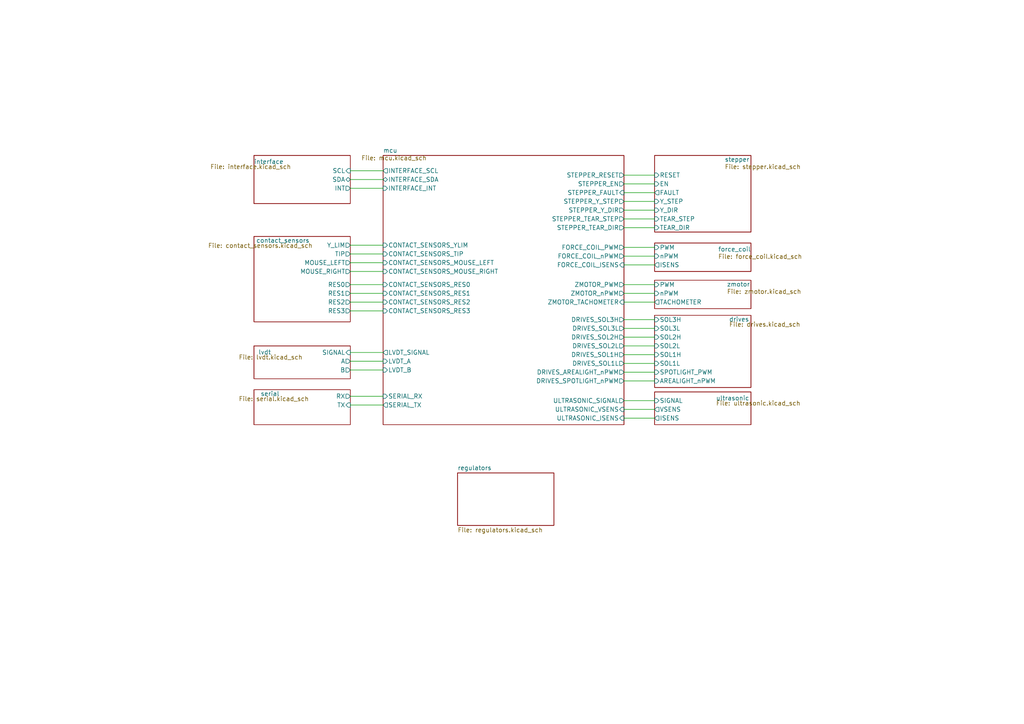
<source format=kicad_sch>
(kicad_sch
	(version 20231120)
	(generator "eeschema")
	(generator_version "8.0")
	(uuid "f24e74c8-d708-4a5d-9595-a58e65bd17b2")
	(paper "A4")
	(lib_symbols)
	(wire
		(pts
			(xy 180.975 97.79) (xy 189.865 97.79)
		)
		(stroke
			(width 0)
			(type default)
		)
		(uuid "021df9b4-c8e0-4522-98bc-493de8d1757a")
	)
	(wire
		(pts
			(xy 180.975 118.745) (xy 189.865 118.745)
		)
		(stroke
			(width 0)
			(type default)
		)
		(uuid "02f48a47-c5fc-49bc-b511-299c1b26474d")
	)
	(wire
		(pts
			(xy 101.6 87.63) (xy 111.125 87.63)
		)
		(stroke
			(width 0)
			(type default)
		)
		(uuid "032dee09-1ce1-4765-bb7a-ef43af01b629")
	)
	(wire
		(pts
			(xy 101.6 73.66) (xy 111.125 73.66)
		)
		(stroke
			(width 0)
			(type default)
		)
		(uuid "176f3222-8283-46ed-b667-301eda48a30a")
	)
	(wire
		(pts
			(xy 101.6 78.74) (xy 111.125 78.74)
		)
		(stroke
			(width 0)
			(type default)
		)
		(uuid "186c6152-ba5a-4b19-a437-0512834919cf")
	)
	(wire
		(pts
			(xy 180.975 102.87) (xy 189.865 102.87)
		)
		(stroke
			(width 0)
			(type default)
		)
		(uuid "1d0da18f-d413-49ad-b50a-79998f1c6353")
	)
	(wire
		(pts
			(xy 180.975 87.63) (xy 189.865 87.63)
		)
		(stroke
			(width 0)
			(type default)
		)
		(uuid "2992f717-361e-4b45-b54c-6ddd8a741ce3")
	)
	(wire
		(pts
			(xy 180.975 58.42) (xy 189.865 58.42)
		)
		(stroke
			(width 0)
			(type default)
		)
		(uuid "2ae2b422-8b0e-404a-8983-eb2db41aeb8c")
	)
	(wire
		(pts
			(xy 101.6 117.475) (xy 111.125 117.475)
		)
		(stroke
			(width 0)
			(type default)
		)
		(uuid "2d3c8593-f75f-4cd6-970f-f911126cfdcc")
	)
	(wire
		(pts
			(xy 101.6 82.55) (xy 111.125 82.55)
		)
		(stroke
			(width 0)
			(type default)
		)
		(uuid "2f25948e-6c50-4461-9466-0eac466b3e13")
	)
	(wire
		(pts
			(xy 180.975 121.285) (xy 189.865 121.285)
		)
		(stroke
			(width 0)
			(type default)
		)
		(uuid "3504b582-6e4e-4245-b9ea-01754343fe37")
	)
	(wire
		(pts
			(xy 180.975 50.8) (xy 189.865 50.8)
		)
		(stroke
			(width 0)
			(type default)
		)
		(uuid "3779d75d-0f73-4a9a-830d-553c9adf232d")
	)
	(wire
		(pts
			(xy 180.975 85.09) (xy 189.865 85.09)
		)
		(stroke
			(width 0)
			(type default)
		)
		(uuid "3929f4ea-ab67-462d-9760-ff102489df53")
	)
	(wire
		(pts
			(xy 180.975 53.34) (xy 189.865 53.34)
		)
		(stroke
			(width 0)
			(type default)
		)
		(uuid "577cf373-dd31-446e-8eb8-9338b28525e7")
	)
	(wire
		(pts
			(xy 180.975 55.88) (xy 189.865 55.88)
		)
		(stroke
			(width 0)
			(type default)
		)
		(uuid "598a940e-38a4-4bad-a7f1-4593073339d2")
	)
	(wire
		(pts
			(xy 101.6 90.17) (xy 111.125 90.17)
		)
		(stroke
			(width 0)
			(type default)
		)
		(uuid "5bd848fc-db7f-474a-94ec-687927cb6d2a")
	)
	(wire
		(pts
			(xy 180.975 60.96) (xy 189.865 60.96)
		)
		(stroke
			(width 0)
			(type default)
		)
		(uuid "5fe47142-f921-4a36-b916-1b8eb96e08c1")
	)
	(wire
		(pts
			(xy 101.6 102.235) (xy 111.125 102.235)
		)
		(stroke
			(width 0)
			(type default)
		)
		(uuid "60d1976b-7fd4-4ff3-994b-f8d356c37da5")
	)
	(wire
		(pts
			(xy 180.975 95.25) (xy 189.865 95.25)
		)
		(stroke
			(width 0)
			(type default)
		)
		(uuid "6560af58-36e1-4c52-a3aa-3ad69702b3af")
	)
	(wire
		(pts
			(xy 101.6 49.53) (xy 111.125 49.53)
		)
		(stroke
			(width 0)
			(type default)
		)
		(uuid "6d350de9-4b82-4c42-9664-c49c3ca4c6a2")
	)
	(wire
		(pts
			(xy 180.975 105.41) (xy 189.865 105.41)
		)
		(stroke
			(width 0)
			(type default)
		)
		(uuid "704910a3-b06c-42b7-ad62-d94cf3741b9f")
	)
	(wire
		(pts
			(xy 101.6 114.935) (xy 111.125 114.935)
		)
		(stroke
			(width 0)
			(type default)
		)
		(uuid "7dd8311c-7ab5-417f-9a1a-e0b89fbf5d79")
	)
	(wire
		(pts
			(xy 101.6 71.12) (xy 111.125 71.12)
		)
		(stroke
			(width 0)
			(type default)
		)
		(uuid "7e31ac27-b6f7-49d9-ab5d-a81638e64f7d")
	)
	(wire
		(pts
			(xy 180.975 74.295) (xy 189.865 74.295)
		)
		(stroke
			(width 0)
			(type default)
		)
		(uuid "819f6292-b73a-4103-a6cf-2881a3937acf")
	)
	(wire
		(pts
			(xy 180.975 116.205) (xy 189.865 116.205)
		)
		(stroke
			(width 0)
			(type default)
		)
		(uuid "8832b46e-1326-457e-9a21-13d496cb35c7")
	)
	(wire
		(pts
			(xy 180.975 82.55) (xy 189.865 82.55)
		)
		(stroke
			(width 0)
			(type default)
		)
		(uuid "97b85159-139f-4797-b9c8-b4a33879ecd7")
	)
	(wire
		(pts
			(xy 101.6 107.315) (xy 111.125 107.315)
		)
		(stroke
			(width 0)
			(type default)
		)
		(uuid "99284f09-0e9d-414d-a22a-db64896eeb86")
	)
	(wire
		(pts
			(xy 101.6 52.07) (xy 111.125 52.07)
		)
		(stroke
			(width 0)
			(type default)
		)
		(uuid "9ce74f91-0c76-4732-b9f6-4264d453688d")
	)
	(wire
		(pts
			(xy 180.975 71.755) (xy 189.865 71.755)
		)
		(stroke
			(width 0)
			(type default)
		)
		(uuid "9f278a1c-da1a-415b-a406-8d06bab3dd58")
	)
	(wire
		(pts
			(xy 180.975 100.33) (xy 189.865 100.33)
		)
		(stroke
			(width 0)
			(type default)
		)
		(uuid "a0213f9a-9b41-4a9c-9428-d3ba5248c2d8")
	)
	(wire
		(pts
			(xy 180.975 92.71) (xy 189.865 92.71)
		)
		(stroke
			(width 0)
			(type default)
		)
		(uuid "a11eb9e9-c830-4711-b0a7-2fb873c56d53")
	)
	(wire
		(pts
			(xy 101.6 76.2) (xy 111.125 76.2)
		)
		(stroke
			(width 0)
			(type default)
		)
		(uuid "a399f2c3-63a1-4e13-b5bf-db2ee8491ac3")
	)
	(wire
		(pts
			(xy 101.6 104.775) (xy 111.125 104.775)
		)
		(stroke
			(width 0)
			(type default)
		)
		(uuid "b9afc221-556c-4fce-a133-b8af49213fbc")
	)
	(wire
		(pts
			(xy 180.975 107.95) (xy 189.865 107.95)
		)
		(stroke
			(width 0)
			(type default)
		)
		(uuid "cd19086a-7b15-4078-beab-8cd246f15a5d")
	)
	(wire
		(pts
			(xy 180.975 110.49) (xy 189.865 110.49)
		)
		(stroke
			(width 0)
			(type default)
		)
		(uuid "d352e3c8-551e-4c3a-b9c0-f3f8c535d6e9")
	)
	(wire
		(pts
			(xy 101.6 54.61) (xy 111.125 54.61)
		)
		(stroke
			(width 0)
			(type default)
		)
		(uuid "d95622fd-67f4-4736-9e61-87203e6febcc")
	)
	(wire
		(pts
			(xy 180.975 63.5) (xy 189.865 63.5)
		)
		(stroke
			(width 0)
			(type default)
		)
		(uuid "da964048-8f4e-4fa0-942b-8df806a510df")
	)
	(wire
		(pts
			(xy 180.975 76.835) (xy 189.865 76.835)
		)
		(stroke
			(width 0)
			(type default)
		)
		(uuid "ec264b74-31d4-4bce-876f-3ecd092897cc")
	)
	(wire
		(pts
			(xy 180.975 66.04) (xy 189.865 66.04)
		)
		(stroke
			(width 0)
			(type default)
		)
		(uuid "f30621d3-347c-443f-aa1b-50bb6c55cafb")
	)
	(wire
		(pts
			(xy 101.6 85.09) (xy 111.125 85.09)
		)
		(stroke
			(width 0)
			(type default)
		)
		(uuid "f4a3f0c1-2713-4b84-ab2b-30500ad9942d")
	)
	(sheet
		(at 73.66 45.085)
		(size 27.94 13.97)
		(stroke
			(width 0.1524)
			(type solid)
		)
		(fill
			(color 0 0 0 0.0000)
		)
		(uuid "1843231f-b455-41d6-ac41-40044a398315")
		(property "Sheetname" "interface"
			(at 73.66 47.625 0)
			(effects
				(font
					(size 1.27 1.27)
				)
				(justify left bottom)
			)
		)
		(property "Sheetfile" "interface.kicad_sch"
			(at 60.96 47.625 0)
			(effects
				(font
					(size 1.27 1.27)
				)
				(justify left top)
			)
		)
		(pin "SCL" input
			(at 101.6 49.53 0)
			(effects
				(font
					(size 1.27 1.27)
				)
				(justify right)
			)
			(uuid "2053c6d5-73e8-4ec1-a434-a9d7943d5581")
		)
		(pin "SDA" bidirectional
			(at 101.6 52.07 0)
			(effects
				(font
					(size 1.27 1.27)
				)
				(justify right)
			)
			(uuid "ef387193-b0d5-479f-a9af-56fe2b898b29")
		)
		(pin "INT" output
			(at 101.6 54.61 0)
			(effects
				(font
					(size 1.27 1.27)
				)
				(justify right)
			)
			(uuid "c1fc7898-ed7e-4dbc-b94c-75bb874595c3")
		)
		(instances
			(project "Wirebonder"
				(path "/f24e74c8-d708-4a5d-9595-a58e65bd17b2"
					(page "8")
				)
			)
		)
	)
	(sheet
		(at 189.865 113.665)
		(size 27.94 9.525)
		(stroke
			(width 0.1524)
			(type solid)
		)
		(fill
			(color 0 0 0 0.0000)
		)
		(uuid "253a9c01-2549-4ced-b77f-1ec959c9b28d")
		(property "Sheetname" "ultrasonic"
			(at 207.645 116.205 0)
			(effects
				(font
					(size 1.27 1.27)
				)
				(justify left bottom)
			)
		)
		(property "Sheetfile" "ultrasonic.kicad_sch"
			(at 207.645 116.205 0)
			(effects
				(font
					(size 1.27 1.27)
				)
				(justify left top)
			)
		)
		(pin "SIGNAL" input
			(at 189.865 116.205 180)
			(effects
				(font
					(size 1.27 1.27)
				)
				(justify left)
			)
			(uuid "58e7d88a-54fa-42e3-82c9-76edd2189e1b")
		)
		(pin "ISENS" output
			(at 189.865 121.285 180)
			(effects
				(font
					(size 1.27 1.27)
				)
				(justify left)
			)
			(uuid "d3c788da-3475-41ad-b567-44a618f69055")
		)
		(pin "VSENS" output
			(at 189.865 118.745 180)
			(effects
				(font
					(size 1.27 1.27)
				)
				(justify left)
			)
			(uuid "3641d8cc-2eff-442e-a33e-a0d48fbe9989")
		)
		(instances
			(project "Wirebonder"
				(path "/f24e74c8-d708-4a5d-9595-a58e65bd17b2"
					(page "4")
				)
			)
		)
	)
	(sheet
		(at 189.865 45.085)
		(size 27.94 22.225)
		(stroke
			(width 0.1524)
			(type solid)
		)
		(fill
			(color 0 0 0 0.0000)
		)
		(uuid "2699030e-e36f-4cae-bfb6-8e9cb8f487eb")
		(property "Sheetname" "stepper"
			(at 210.185 46.99 0)
			(effects
				(font
					(size 1.27 1.27)
				)
				(justify left bottom)
			)
		)
		(property "Sheetfile" "stepper.kicad_sch"
			(at 210.185 47.625 0)
			(effects
				(font
					(size 1.27 1.27)
				)
				(justify left top)
			)
		)
		(pin "FAULT" output
			(at 189.865 55.88 180)
			(effects
				(font
					(size 1.27 1.27)
				)
				(justify left)
			)
			(uuid "d058780d-efbe-4178-9938-b89020621290")
		)
		(pin "RESET" input
			(at 189.865 50.8 180)
			(effects
				(font
					(size 1.27 1.27)
				)
				(justify left)
			)
			(uuid "883fbb99-1d87-4fa3-a0a9-8dfbd96a36e6")
		)
		(pin "EN" input
			(at 189.865 53.34 180)
			(effects
				(font
					(size 1.27 1.27)
				)
				(justify left)
			)
			(uuid "af9f47e8-a88b-4036-b41e-8794e92d255a")
		)
		(pin "Y_STEP" input
			(at 189.865 58.42 180)
			(effects
				(font
					(size 1.27 1.27)
				)
				(justify left)
			)
			(uuid "606788a9-1dd5-4f0b-9f3f-3e15b01dccf0")
		)
		(pin "Y_DIR" input
			(at 189.865 60.96 180)
			(effects
				(font
					(size 1.27 1.27)
				)
				(justify left)
			)
			(uuid "5c10fc6f-8f37-475f-be3f-e97701b366ac")
		)
		(pin "TEAR_STEP" input
			(at 189.865 63.5 180)
			(effects
				(font
					(size 1.27 1.27)
				)
				(justify left)
			)
			(uuid "2c1193c5-af16-40b8-8d93-c6790cef3444")
		)
		(pin "TEAR_DIR" input
			(at 189.865 66.04 180)
			(effects
				(font
					(size 1.27 1.27)
				)
				(justify left)
			)
			(uuid "6f94f2c3-f17f-48e6-823e-af270d2cd3fd")
		)
		(instances
			(project "Wirebonder"
				(path "/f24e74c8-d708-4a5d-9595-a58e65bd17b2"
					(page "2")
				)
			)
		)
	)
	(sheet
		(at 189.865 81.28)
		(size 27.94 8.255)
		(stroke
			(width 0.1524)
			(type solid)
		)
		(fill
			(color 0 0 0 0.0000)
		)
		(uuid "4998d200-9d5d-4879-b8c1-88bfe622b52f")
		(property "Sheetname" "zmotor"
			(at 210.82 83.185 0)
			(effects
				(font
					(size 1.27 1.27)
				)
				(justify left bottom)
			)
		)
		(property "Sheetfile" "zmotor.kicad_sch"
			(at 210.82 83.82 0)
			(effects
				(font
					(size 1.27 1.27)
				)
				(justify left top)
			)
		)
		(pin "PWM" input
			(at 189.865 82.55 180)
			(effects
				(font
					(size 1.27 1.27)
				)
				(justify left)
			)
			(uuid "4810df71-10b5-4b76-bfd0-970efe420790")
		)
		(pin "nPWM" input
			(at 189.865 85.09 180)
			(effects
				(font
					(size 1.27 1.27)
				)
				(justify left)
			)
			(uuid "4fa3b87e-2926-4bf4-ba19-019ffd5cdd03")
		)
		(pin "TACHOMETER" output
			(at 189.865 87.63 180)
			(effects
				(font
					(size 1.27 1.27)
				)
				(justify left)
			)
			(uuid "7a453b2d-29ba-4cbe-97c5-bfd94ff43209")
		)
		(instances
			(project "Wirebonder"
				(path "/f24e74c8-d708-4a5d-9595-a58e65bd17b2"
					(page "5")
				)
			)
		)
	)
	(sheet
		(at 189.865 70.485)
		(size 27.94 8.255)
		(stroke
			(width 0.1524)
			(type solid)
		)
		(fill
			(color 0 0 0 0.0000)
		)
		(uuid "824036e3-c5b8-4c9d-bc3a-55ea2b657404")
		(property "Sheetname" "force_coil"
			(at 208.28 73.025 0)
			(effects
				(font
					(size 1.27 1.27)
				)
				(justify left bottom)
			)
		)
		(property "Sheetfile" "force_coil.kicad_sch"
			(at 208.28 73.66 0)
			(effects
				(font
					(size 1.27 1.27)
				)
				(justify left top)
			)
		)
		(pin "PWM" input
			(at 189.865 71.755 180)
			(effects
				(font
					(size 1.27 1.27)
				)
				(justify left)
			)
			(uuid "165eec82-bf4c-472e-be3a-19ac39021ac3")
		)
		(pin "nPWM" input
			(at 189.865 74.295 180)
			(effects
				(font
					(size 1.27 1.27)
				)
				(justify left)
			)
			(uuid "54cd556e-acaf-483e-bda7-2ffb37a780e2")
		)
		(pin "ISENS" output
			(at 189.865 76.835 180)
			(effects
				(font
					(size 1.27 1.27)
				)
				(justify left)
			)
			(uuid "0b93d0bc-f56b-4488-be9f-f733b1c8eff0")
		)
		(instances
			(project "Wirebonder"
				(path "/f24e74c8-d708-4a5d-9595-a58e65bd17b2"
					(page "6")
				)
			)
		)
	)
	(sheet
		(at 111.125 45.085)
		(size 69.85 78.105)
		(stroke
			(width 0.1524)
			(type solid)
		)
		(fill
			(color 0 0 0 0.0000)
		)
		(uuid "872117e8-20e8-4bc7-949c-41e525c88a1d")
		(property "Sheetname" "mcu"
			(at 111.125 44.3734 0)
			(effects
				(font
					(size 1.27 1.27)
				)
				(justify left bottom)
			)
		)
		(property "Sheetfile" "mcu.kicad_sch"
			(at 104.775 45.085 0)
			(effects
				(font
					(size 1.27 1.27)
				)
				(justify left top)
			)
		)
		(pin "SERIAL_TX" output
			(at 111.125 117.475 180)
			(effects
				(font
					(size 1.27 1.27)
				)
				(justify left)
			)
			(uuid "6250cc40-c8c3-4c89-9995-bc40058d5c87")
		)
		(pin "STEPPER_Y_STEP" output
			(at 180.975 58.42 0)
			(effects
				(font
					(size 1.27 1.27)
				)
				(justify right)
			)
			(uuid "e8731c0f-8b25-44b6-a500-ab46618b393e")
		)
		(pin "DRIVES_SOL2H" output
			(at 180.975 97.79 0)
			(effects
				(font
					(size 1.27 1.27)
				)
				(justify right)
			)
			(uuid "a562ee40-d629-47f2-aaea-54bd101c927a")
		)
		(pin "ZMOTOR_nPWM" output
			(at 180.975 85.09 0)
			(effects
				(font
					(size 1.27 1.27)
				)
				(justify right)
			)
			(uuid "bb246cf6-30db-40b0-9e42-c855d8e66893")
		)
		(pin "STEPPER_Y_DIR" output
			(at 180.975 60.96 0)
			(effects
				(font
					(size 1.27 1.27)
				)
				(justify right)
			)
			(uuid "3e12fbdb-212a-4515-819b-f8302f18cd28")
		)
		(pin "DRIVES_SOL2L" output
			(at 180.975 100.33 0)
			(effects
				(font
					(size 1.27 1.27)
				)
				(justify right)
			)
			(uuid "2b74fe1a-2e8f-4ab9-be39-974aa15de5f5")
		)
		(pin "DRIVES_SOL1L" output
			(at 180.975 105.41 0)
			(effects
				(font
					(size 1.27 1.27)
				)
				(justify right)
			)
			(uuid "073e289e-2719-4d56-ba1d-807005a249e9")
		)
		(pin "FORCE_COIL_nPWM" output
			(at 180.975 74.295 0)
			(effects
				(font
					(size 1.27 1.27)
				)
				(justify right)
			)
			(uuid "c28ee172-6135-4cbd-805f-03ba601ae87d")
		)
		(pin "LVDT_A" input
			(at 111.125 104.775 180)
			(effects
				(font
					(size 1.27 1.27)
				)
				(justify left)
			)
			(uuid "4f324f6f-f704-41c6-9e68-2173699dc7f3")
		)
		(pin "ZMOTOR_PWM" output
			(at 180.975 82.55 0)
			(effects
				(font
					(size 1.27 1.27)
				)
				(justify right)
			)
			(uuid "1cc65477-f3b6-48b1-a218-f7d034738cd3")
		)
		(pin "LVDT_SIGNAL" output
			(at 111.125 102.235 180)
			(effects
				(font
					(size 1.27 1.27)
				)
				(justify left)
			)
			(uuid "b974b851-a4d7-446a-8819-cc57b4f74eb0")
		)
		(pin "FORCE_COIL_PWM" output
			(at 180.975 71.755 0)
			(effects
				(font
					(size 1.27 1.27)
				)
				(justify right)
			)
			(uuid "da041a00-1c52-4214-9149-a50567f82489")
		)
		(pin "LVDT_B" input
			(at 111.125 107.315 180)
			(effects
				(font
					(size 1.27 1.27)
				)
				(justify left)
			)
			(uuid "1a916a2a-23b4-44be-8fcd-757d9b2d0e77")
		)
		(pin "ULTRASONIC_ISENS" input
			(at 180.975 121.285 0)
			(effects
				(font
					(size 1.27 1.27)
				)
				(justify right)
			)
			(uuid "bcca436b-dedb-48ca-ac7b-165afb584c2a")
		)
		(pin "FORCE_COIL_ISENS" input
			(at 180.975 76.835 0)
			(effects
				(font
					(size 1.27 1.27)
				)
				(justify right)
			)
			(uuid "8cba023f-01ae-4e47-84e1-c7ee066b384d")
		)
		(pin "ZMOTOR_TACHOMETER" input
			(at 180.975 87.63 0)
			(effects
				(font
					(size 1.27 1.27)
				)
				(justify right)
			)
			(uuid "7aa59403-e7e9-4efa-aec4-c2c86acad86a")
		)
		(pin "ULTRASONIC_SIGNAL" output
			(at 180.975 116.205 0)
			(effects
				(font
					(size 1.27 1.27)
				)
				(justify right)
			)
			(uuid "308c836c-8edc-48b2-8432-ebd2b4331d51")
		)
		(pin "STEPPER_EN" output
			(at 180.975 53.34 0)
			(effects
				(font
					(size 1.27 1.27)
				)
				(justify right)
			)
			(uuid "c9e3e803-979a-4d45-95fb-46a173ebc760")
		)
		(pin "STEPPER_RESET" output
			(at 180.975 50.8 0)
			(effects
				(font
					(size 1.27 1.27)
				)
				(justify right)
			)
			(uuid "db8c7636-7d62-4202-a013-347fa1f2f832")
		)
		(pin "STEPPER_FAULT" input
			(at 180.975 55.88 0)
			(effects
				(font
					(size 1.27 1.27)
				)
				(justify right)
			)
			(uuid "a50b6526-7aec-4cba-9957-b79705c477af")
		)
		(pin "ULTRASONIC_VSENS" input
			(at 180.975 118.745 0)
			(effects
				(font
					(size 1.27 1.27)
				)
				(justify right)
			)
			(uuid "3d4f01a3-1fed-4683-829f-a5c9f9d90832")
		)
		(pin "SERIAL_RX" input
			(at 111.125 114.935 180)
			(effects
				(font
					(size 1.27 1.27)
				)
				(justify left)
			)
			(uuid "dc4b87b2-ada0-4e32-b8c9-9a0d6d161b6a")
		)
		(pin "DRIVES_AREALIGHT_nPWM" output
			(at 180.975 107.95 0)
			(effects
				(font
					(size 1.27 1.27)
				)
				(justify right)
			)
			(uuid "b3a4d03a-0ba4-4615-83b3-7d3fd24fdfda")
		)
		(pin "DRIVES_SOL1H" output
			(at 180.975 102.87 0)
			(effects
				(font
					(size 1.27 1.27)
				)
				(justify right)
			)
			(uuid "1ef9974e-4f18-4a72-a293-1d8826329780")
		)
		(pin "CONTACT_SENSORS_MOUSE_LEFT" input
			(at 111.125 76.2 180)
			(effects
				(font
					(size 1.27 1.27)
				)
				(justify left)
			)
			(uuid "d1e9e146-77e5-4b43-8c52-8b0da17c4a60")
		)
		(pin "CONTACT_SENSORS_MOUSE_RIGHT" input
			(at 111.125 78.74 180)
			(effects
				(font
					(size 1.27 1.27)
				)
				(justify left)
			)
			(uuid "dfb37e97-986f-4028-9d0d-8f7fea24da89")
		)
		(pin "CONTACT_SENSORS_YLIM" input
			(at 111.125 71.12 180)
			(effects
				(font
					(size 1.27 1.27)
				)
				(justify left)
			)
			(uuid "0079b2ca-91fa-410d-bad4-cfdce9c2ccb8")
		)
		(pin "CONTACT_SENSORS_TIP" input
			(at 111.125 73.66 180)
			(effects
				(font
					(size 1.27 1.27)
				)
				(justify left)
			)
			(uuid "40eb78e0-aa3b-41d7-a8ab-19238586aad0")
		)
		(pin "STEPPER_TEAR_STEP" output
			(at 180.975 63.5 0)
			(effects
				(font
					(size 1.27 1.27)
				)
				(justify right)
			)
			(uuid "6295f8c2-2c3d-48c8-bab1-66c6025d91dc")
		)
		(pin "STEPPER_TEAR_DIR" output
			(at 180.975 66.04 0)
			(effects
				(font
					(size 1.27 1.27)
				)
				(justify right)
			)
			(uuid "51d1ef8c-d3a2-4646-9889-fb824068f725")
		)
		(pin "DRIVES_SPOTLIGHT_nPWM" output
			(at 180.975 110.49 0)
			(effects
				(font
					(size 1.27 1.27)
				)
				(justify right)
			)
			(uuid "c928fc72-36fd-44d1-ba4b-2ebfdc3bbba4")
		)
		(pin "INTERFACE_SCL" output
			(at 111.125 49.53 180)
			(effects
				(font
					(size 1.27 1.27)
				)
				(justify left)
			)
			(uuid "d046fc07-8d59-44fc-a16a-a185c0453dc1")
		)
		(pin "INTERFACE_SDA" bidirectional
			(at 111.125 52.07 180)
			(effects
				(font
					(size 1.27 1.27)
				)
				(justify left)
			)
			(uuid "d527c6bc-04a4-4138-9bc8-f902965d4dfc")
		)
		(pin "INTERFACE_INT" input
			(at 111.125 54.61 180)
			(effects
				(font
					(size 1.27 1.27)
				)
				(justify left)
			)
			(uuid "31b6c100-dc65-4fbd-9be8-a0b3383cefc6")
		)
		(pin "CONTACT_SENSORS_RES3" input
			(at 111.125 90.17 180)
			(effects
				(font
					(size 1.27 1.27)
				)
				(justify left)
			)
			(uuid "69b5a9b0-aa4c-432a-8b27-bec45d2e7f3c")
		)
		(pin "CONTACT_SENSORS_RES2" input
			(at 111.125 87.63 180)
			(effects
				(font
					(size 1.27 1.27)
				)
				(justify left)
			)
			(uuid "1ea81d2e-85ae-4b60-9d7f-f8c2063e900c")
		)
		(pin "CONTACT_SENSORS_RES1" input
			(at 111.125 85.09 180)
			(effects
				(font
					(size 1.27 1.27)
				)
				(justify left)
			)
			(uuid "f23ff29b-5796-40b0-9070-f4af165e84a2")
		)
		(pin "DRIVES_SOL3H" output
			(at 180.975 92.71 0)
			(effects
				(font
					(size 1.27 1.27)
				)
				(justify right)
			)
			(uuid "5bbe0200-5360-40b3-a189-7421b1d35736")
		)
		(pin "DRIVES_SOL3L" output
			(at 180.975 95.25 0)
			(effects
				(font
					(size 1.27 1.27)
				)
				(justify right)
			)
			(uuid "929418bd-a000-47e2-a8ab-8e7fa2b27664")
		)
		(pin "CONTACT_SENSORS_RES0" input
			(at 111.125 82.55 180)
			(effects
				(font
					(size 1.27 1.27)
				)
				(justify left)
			)
			(uuid "ac5d685a-9322-42d3-9c7d-6ad09808a480")
		)
		(instances
			(project "Wirebonder"
				(path "/f24e74c8-d708-4a5d-9595-a58e65bd17b2"
					(page "3")
				)
			)
		)
	)
	(sheet
		(at 189.865 91.44)
		(size 27.94 20.955)
		(stroke
			(width 0.1524)
			(type solid)
		)
		(fill
			(color 0 0 0 0.0000)
		)
		(uuid "b30d1e87-2d3b-4074-8b6a-e5df87df0c06")
		(property "Sheetname" "drives"
			(at 211.455 93.345 0)
			(effects
				(font
					(size 1.27 1.27)
				)
				(justify left bottom)
			)
		)
		(property "Sheetfile" "drives.kicad_sch"
			(at 211.455 93.345 0)
			(effects
				(font
					(size 1.27 1.27)
				)
				(justify left top)
			)
		)
		(pin "SOL2L" input
			(at 189.865 100.33 180)
			(effects
				(font
					(size 1.27 1.27)
				)
				(justify left)
			)
			(uuid "f4e6c92f-c930-4860-b1f7-b7986a0a1ff0")
		)
		(pin "SOL2H" input
			(at 189.865 97.79 180)
			(effects
				(font
					(size 1.27 1.27)
				)
				(justify left)
			)
			(uuid "9181e040-5bb7-46fd-87e1-1995c69b2c9c")
		)
		(pin "SPOTLIGHT_PWM" input
			(at 189.865 107.95 180)
			(effects
				(font
					(size 1.27 1.27)
				)
				(justify left)
			)
			(uuid "12116a4c-db62-4d53-b3b5-a201d4e5af1e")
		)
		(pin "SOL1H" input
			(at 189.865 102.87 180)
			(effects
				(font
					(size 1.27 1.27)
				)
				(justify left)
			)
			(uuid "b5642883-74ba-4afb-9c47-c3152d95466c")
		)
		(pin "SOL1L" input
			(at 189.865 105.41 180)
			(effects
				(font
					(size 1.27 1.27)
				)
				(justify left)
			)
			(uuid "d573c518-3b76-4ee5-8ab9-82c13c037b44")
		)
		(pin "AREALIGHT_nPWM" input
			(at 189.865 110.49 180)
			(effects
				(font
					(size 1.27 1.27)
				)
				(justify left)
			)
			(uuid "48836b52-87c3-44cb-aafa-714c6342bf5e")
		)
		(pin "SOL3H" input
			(at 189.865 92.71 180)
			(effects
				(font
					(size 1.27 1.27)
				)
				(justify left)
			)
			(uuid "e9305f6f-14ee-44f2-b207-206b810764b2")
		)
		(pin "SOL3L" input
			(at 189.865 95.25 180)
			(effects
				(font
					(size 1.27 1.27)
				)
				(justify left)
			)
			(uuid "b30995ae-91ba-4434-a676-05d6991dce20")
		)
		(instances
			(project "Wirebonder"
				(path "/f24e74c8-d708-4a5d-9595-a58e65bd17b2"
					(page "9")
				)
			)
		)
	)
	(sheet
		(at 132.715 137.16)
		(size 27.94 15.24)
		(fields_autoplaced yes)
		(stroke
			(width 0.1524)
			(type solid)
		)
		(fill
			(color 0 0 0 0.0000)
		)
		(uuid "b471d602-86b1-4e8a-b4f1-711c2a5b7996")
		(property "Sheetname" "regulators"
			(at 132.715 136.4484 0)
			(effects
				(font
					(size 1.27 1.27)
				)
				(justify left bottom)
			)
		)
		(property "Sheetfile" "regulators.kicad_sch"
			(at 132.715 152.9846 0)
			(effects
				(font
					(size 1.27 1.27)
				)
				(justify left top)
			)
		)
		(instances
			(project "Wirebonder"
				(path "/f24e74c8-d708-4a5d-9595-a58e65bd17b2"
					(page "12")
				)
			)
		)
	)
	(sheet
		(at 73.66 113.03)
		(size 27.94 10.16)
		(stroke
			(width 0.1524)
			(type solid)
		)
		(fill
			(color 0 0 0 0.0000)
		)
		(uuid "c9c66003-ebf6-4f69-9677-77fb9ea64edd")
		(property "Sheetname" "serial"
			(at 75.565 114.935 0)
			(effects
				(font
					(size 1.27 1.27)
				)
				(justify left bottom)
			)
		)
		(property "Sheetfile" "serial.kicad_sch"
			(at 69.215 114.935 0)
			(effects
				(font
					(size 1.27 1.27)
				)
				(justify left top)
			)
		)
		(pin "RX" output
			(at 101.6 114.935 0)
			(effects
				(font
					(size 1.27 1.27)
				)
				(justify right)
			)
			(uuid "4b46b023-c183-4f13-948e-2f824d3e3275")
		)
		(pin "TX" input
			(at 101.6 117.475 0)
			(effects
				(font
					(size 1.27 1.27)
				)
				(justify right)
			)
			(uuid "5cc0ecb6-90a5-4f8e-9f5d-a442abd49cbc")
		)
		(instances
			(project "Wirebonder"
				(path "/f24e74c8-d708-4a5d-9595-a58e65bd17b2"
					(page "7")
				)
			)
		)
	)
	(sheet
		(at 73.66 100.33)
		(size 27.94 9.525)
		(stroke
			(width 0.1524)
			(type solid)
		)
		(fill
			(color 0 0 0 0.0000)
		)
		(uuid "dad4a552-37be-4271-b7dd-2926b006526c")
		(property "Sheetname" "lvdt"
			(at 74.93 102.87 0)
			(effects
				(font
					(size 1.27 1.27)
				)
				(justify left bottom)
			)
		)
		(property "Sheetfile" "lvdt.kicad_sch"
			(at 69.215 102.87 0)
			(effects
				(font
					(size 1.27 1.27)
				)
				(justify left top)
			)
		)
		(pin "A" output
			(at 101.6 104.775 0)
			(effects
				(font
					(size 1.27 1.27)
				)
				(justify right)
			)
			(uuid "07424ae7-9ea9-41ed-b9fb-a4bd1e061024")
		)
		(pin "B" output
			(at 101.6 107.315 0)
			(effects
				(font
					(size 1.27 1.27)
				)
				(justify right)
			)
			(uuid "57755d03-510a-4a65-a46f-ec46710903c3")
		)
		(pin "SIGNAL" input
			(at 101.6 102.235 0)
			(effects
				(font
					(size 1.27 1.27)
				)
				(justify right)
			)
			(uuid "536eb85f-36f6-43ac-b6d7-f3fc8bee3faf")
		)
		(instances
			(project "Wirebonder"
				(path "/f24e74c8-d708-4a5d-9595-a58e65bd17b2"
					(page "10")
				)
			)
		)
	)
	(sheet
		(at 73.66 68.58)
		(size 27.94 24.765)
		(stroke
			(width 0.1524)
			(type solid)
		)
		(fill
			(color 0 0 0 0.0000)
		)
		(uuid "f79385b7-1b7d-40db-bce7-7953e431edb9")
		(property "Sheetname" "contact_sensors"
			(at 74.295 70.485 0)
			(effects
				(font
					(size 1.27 1.27)
				)
				(justify left bottom)
			)
		)
		(property "Sheetfile" "contact_sensors.kicad_sch"
			(at 60.325 70.485 0)
			(effects
				(font
					(size 1.27 1.27)
				)
				(justify left top)
			)
		)
		(pin "TIP" output
			(at 101.6 73.66 0)
			(effects
				(font
					(size 1.27 1.27)
				)
				(justify right)
			)
			(uuid "6bce3258-08b0-4b98-b6a3-7a70ed554c92")
		)
		(pin "MOUSE_LEFT" output
			(at 101.6 76.2 0)
			(effects
				(font
					(size 1.27 1.27)
				)
				(justify right)
			)
			(uuid "b7dff0f5-1f56-4080-95e5-fad002cba87f")
		)
		(pin "Y_LIM" output
			(at 101.6 71.12 0)
			(effects
				(font
					(size 1.27 1.27)
				)
				(justify right)
			)
			(uuid "e1c62991-52fd-43ea-8a4e-56209f10e9a6")
		)
		(pin "MOUSE_RIGHT" output
			(at 101.6 78.74 0)
			(effects
				(font
					(size 1.27 1.27)
				)
				(justify right)
			)
			(uuid "2c56c4e6-4180-46ce-be95-b65aa7ecf55c")
		)
		(pin "RES0" output
			(at 101.6 82.55 0)
			(effects
				(font
					(size 1.27 1.27)
				)
				(justify right)
			)
			(uuid "00ea2ea3-c5d5-465a-87fe-81d3cc1f5529")
		)
		(pin "RES2" output
			(at 101.6 87.63 0)
			(effects
				(font
					(size 1.27 1.27)
				)
				(justify right)
			)
			(uuid "c7ead360-aaa8-4460-a79c-cf6727855037")
		)
		(pin "RES1" output
			(at 101.6 85.09 0)
			(effects
				(font
					(size 1.27 1.27)
				)
				(justify right)
			)
			(uuid "e5909878-c986-4d2b-889e-1f19bc09eca2")
		)
		(pin "RES3" output
			(at 101.6 90.17 0)
			(effects
				(font
					(size 1.27 1.27)
				)
				(justify right)
			)
			(uuid "aa0f7583-6c70-40b5-9741-46d31835e3eb")
		)
		(instances
			(project "Wirebonder"
				(path "/f24e74c8-d708-4a5d-9595-a58e65bd17b2"
					(page "11")
				)
			)
		)
	)
	(sheet_instances
		(path "/"
			(page "1")
		)
	)
)

</source>
